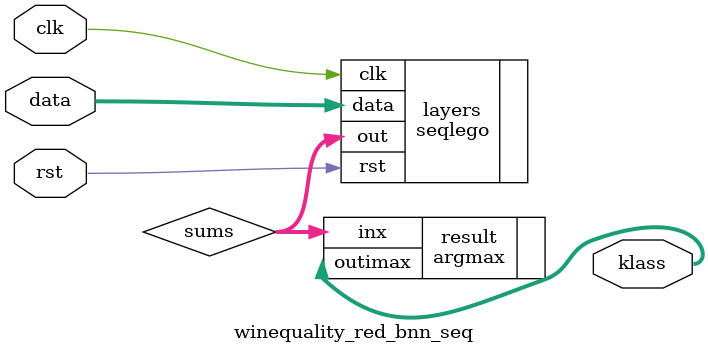
<source format=v>













module winequality_red_bnn_seq #(

parameter N = 11,
parameter M = 40,
parameter B = 4,
parameter C = 6,
parameter Ts = 5


  ) (
  input clk,
  input rst,
  input [N*B-1:0] data,
  output [$clog2(C)-1:0] klass
  );

  localparam Weights0 = 440'b00011110010011110000111100010100111000010000110101100011110011000000011001011011000110010110110111010110011000110001110110100111000001001101111011101010000000001000011011010011100011101100011111111010000000011001000100111100110110101011110101100100010110110110011000100101100111011110000011011100101110000011110000111010110111111100111101100111101011000111001100000010010111011010011110010001010111110001011101111001011001010011001000111111 ;
  localparam Weights1 = 240'b100111000010000011101100000011110100010010111100101110000001110110000001011000111100000001001000010001000110110001110101101000110100101010100111101111110101000101110001001011110010011111110011011101100111101000101010111101111010101011110101 ;

  localparam SumL = $clog2(M+1);
  wire [SumL*C-1:0] sums;

  seqlego #(.N(N),.B(B),.M(M),.C(C),.Weights0(Weights0),.Weights1(Weights1)) layers (
    .clk(clk),
    .rst(rst),
    .data(data),
    .out(sums)
  );

  argmax #(.N(C),.I($clog2(C)),.K(SumL)) result (
     .inx(sums),
     .outimax(klass)
  );

endmodule

</source>
